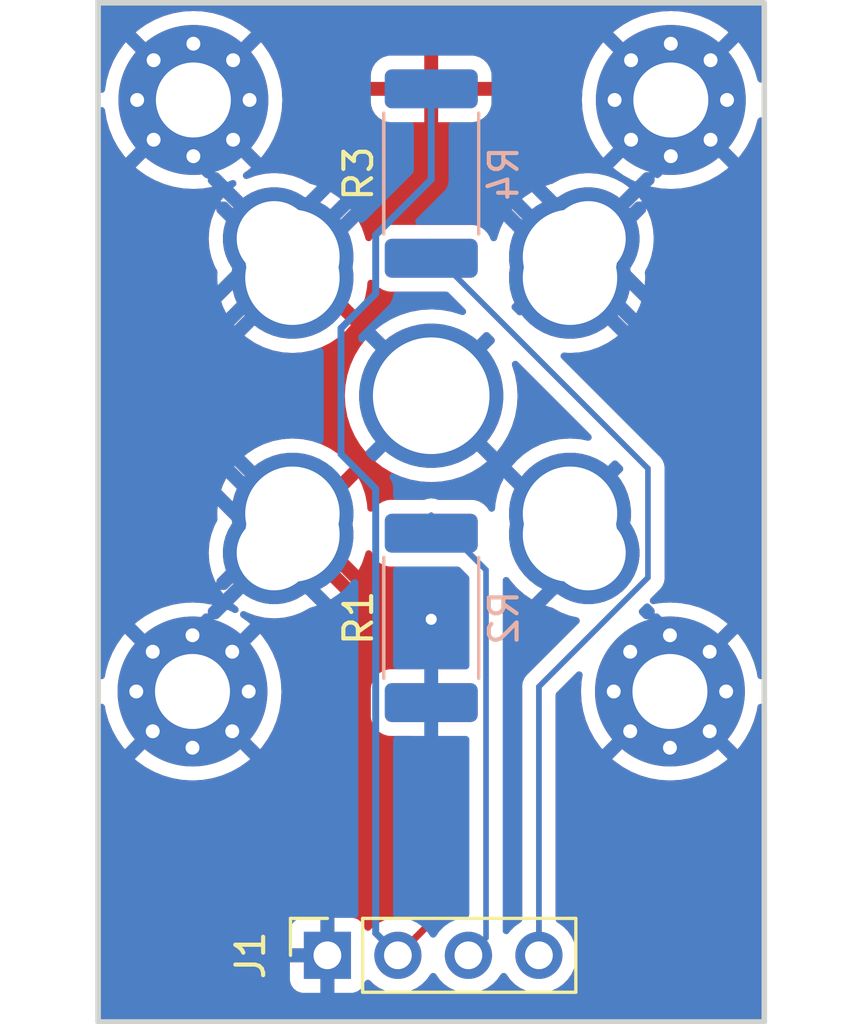
<source format=kicad_pcb>
(kicad_pcb (version 20221018) (generator pcbnew)
  (layers (0 "F.Cu" signal) (31 "B.Cu" signal) (34 "B.Paste" user) (35 "F.Paste" user) (36 "B.SilkS" user "B.Silkscreen") (37 "F.SilkS" user "F.Silkscreen") (38 "B.Mask" user) (39 "F.Mask" user) (44 "Edge.Cuts" user))
  (net 0 "")
  (net 1 "GND")
  (net 2 "VDDA")
  (net 3 "IN+")
  (net 4 "IN-")
  (footprint "Connector_PinSocket_2.54mm:PinSocket_1x04_P2.54mm_Vertical" (layer "F.Cu") (at 8.26 34.3 90)
    (fp_text reference "J1" (at 0 -2.77 90) (layer "F.SilkS"))
    (fp_text value "PR&J")
    (fp_line (start -1.33 1.27) (end -1.33 8.95) (stroke (width 0.12)) (layer "F.SilkS"))
    (fp_line (start -1.33 1.27) (end 1.33 1.27) (stroke (width 0.12)) (layer "F.SilkS"))
    (fp_line (start -1.33 8.95) (end 1.33 8.95) (stroke (width 0.12)) (layer "F.SilkS"))
    (fp_line (start 0 -1.33) (end 1.33 -1.33) (stroke (width 0.12)) (layer "F.SilkS"))
    (fp_line (start 1.33 -1.33) (end 1.33 0) (stroke (width 0.12)) (layer "F.SilkS"))
    (fp_line (start 1.33 1.27) (end 1.33 8.95) (stroke (width 0.12)) (layer "F.SilkS"))
    (pad "1" thru_hole rect (at 0 0 90) (size 1.7 1.7) (drill 1) (layers "*.Cu" "*.Mask") (net 1 "GND"))
    (pad "2" thru_hole oval (at 0 2.54 90) (size 1.7 1.7) (drill 1) (layers "*.Cu" "*.Mask") (net 2 "VDDA"))
    (pad "3" thru_hole oval (at 0 5.08 90) (size 1.7 1.7) (drill 1) (layers "*.Cu" "*.Mask") (net 3 "IN+"))
    (pad "4" thru_hole oval (at 0 7.62 90) (size 1.7 1.7) (drill 1) (layers "*.Cu" "*.Mask") (net 4 "IN-"))
  )
  (footprint "Resistor_SMD:R_2512_6332Metric_Pad1.40x3.35mm_HandSolder" (layer "F.Cu") (at 12 6.15 90)
    (fp_text reference "R3" (at 0 -2.62 90) (layer "F.SilkS"))
    (fp_text value "1k")
    (fp_line (start -2.177064 -1.71) (end 2.177064 -1.71) (stroke (width 0.12)) (layer "F.SilkS"))
    (fp_line (start -2.177064 1.71) (end 2.177064 1.71) (stroke (width 0.12)) (layer "F.SilkS"))
    (pad "1" smd roundrect (at -3.05 0 90) (size 1.4 3.35) (layers "F.Cu" "F.Paste" "F.Mask") (roundrect_rratio 0.1785707143) (net 4 "IN-"))
    (pad "2" smd roundrect (at 3.05 0 90) (size 1.4 3.35) (layers "F.Cu" "F.Paste" "F.Mask") (roundrect_rratio 0.1785707143) (net 1 "GND"))
  )
  (footprint "MountingHole:MountingHole_2.7mm_Pad_Via" (layer "F.Cu") (at 3.431891 3.5)
    (fp_text reference "H1" hide)
    (fp_text value "MountingHole_Pad")
    (pad "1" thru_hole circle (at -2.025 0) (size 0.8 0.8) (drill 0.5) (layers "*.Cu" "*.Mask") (net 1 "GND"))
    (pad "1" thru_hole circle (at -1.431891 -1.431891) (size 0.8 0.8) (drill 0.5) (layers "*.Cu" "*.Mask") (net 1 "GND"))
    (pad "1" thru_hole circle (at -1.431891 1.431891) (size 0.8 0.8) (drill 0.5) (layers "*.Cu" "*.Mask") (net 1 "GND"))
    (pad "1" thru_hole circle (at 0 -2.025) (size 0.8 0.8) (drill 0.5) (layers "*.Cu" "*.Mask") (net 1 "GND"))
    (pad "1" thru_hole circle (at 0 0) (size 5.4 5.4) (drill 2.7) (layers "*.Cu" "*.Mask") (net 1 "GND"))
    (pad "1" thru_hole circle (at 0 2.025) (size 0.8 0.8) (drill 0.5) (layers "*.Cu" "*.Mask") (net 1 "GND"))
    (pad "1" thru_hole circle (at 1.431891 -1.431891) (size 0.8 0.8) (drill 0.5) (layers "*.Cu" "*.Mask") (net 1 "GND"))
    (pad "1" thru_hole circle (at 1.431891 1.431891) (size 0.8 0.8) (drill 0.5) (layers "*.Cu" "*.Mask") (net 1 "GND"))
    (pad "1" thru_hole circle (at 2.025 0) (size 0.8 0.8) (drill 0.5) (layers "*.Cu" "*.Mask") (net 1 "GND"))
  )
  (footprint "custom:hotend mounting holes" (layer "F.Cu") (at 12 14.15)
    (fp_text reference "U1" hide)
    (fp_text value "~" hide)
    (pad "1" thru_hole custom (at -5.656854 -5.656854) (size 3.7 3.7) (drill 2.7) (layers "*.Cu" "*.Mask") (net 1 "GND") (options (clearance outline) (anchor circle)) (primitives))
    (pad "1" thru_hole custom (at -5.656854 5.656854) (size 3.7 3.7) (drill 2.7) (layers "*.Cu" "*.Mask") (net 1 "GND") (options (clearance outline) (anchor circle)) (primitives))
    (pad "1" thru_hole custom (at -5 -5) (size 4.4 4.4) (drill 3.4) (layers "*.Cu" "*.Mask") (net 1 "GND") (options (clearance outline) (anchor circle)) (primitives))
    (pad "1" thru_hole custom (at -5 -4.25) (size 4.4 4.4) (drill 3.4) (layers "*.Cu" "*.Mask") (net 1 "GND") (options (clearance outline) (anchor circle)) (primitives))
    (pad "1" thru_hole custom (at -5 4.25) (size 4.4 4.4) (drill 3.4) (layers "*.Cu" "*.Mask") (net 1 "GND") (options (clearance outline) (anchor circle)) (primitives))
    (pad "1" thru_hole custom (at -5 5) (size 4.4 4.4) (drill 3.4) (layers "*.Cu" "*.Mask") (net 1 "GND") (options (clearance outline) (anchor circle)) (primitives))
    (pad "1" thru_hole custom (at 0 0) (size 5.2 5.2) (drill 4.2) (layers "*.Cu" "*.Mask") (net 1 "GND") (options (clearance outline) (anchor circle)) (primitives))
    (pad "1" thru_hole custom (at 5 -5) (size 4.4 4.4) (drill 3.4) (layers "*.Cu" "*.Mask") (net 1 "GND") (options (clearance outline) (anchor circle)) (primitives))
    (pad "1" thru_hole custom (at 5 -4.25) (size 4.4 4.4) (drill 3.4) (layers "*.Cu" "*.Mask") (net 1 "GND") (options (clearance outline) (anchor circle)) (primitives))
    (pad "1" thru_hole custom (at 5 4.25) (size 4.4 4.4) (drill 3.4) (layers "*.Cu" "*.Mask") (net 1 "GND") (options (clearance outline) (anchor circle)) (primitives))
    (pad "1" thru_hole custom (at 5 5) (size 4.4 4.4) (drill 3.4) (layers "*.Cu" "*.Mask") (net 1 "GND") (options (clearance outline) (anchor circle)) (primitives))
    (pad "1" thru_hole custom (at 5.656854 -5.656854) (size 3.7 3.7) (drill 2.7) (layers "*.Cu" "*.Mask") (net 1 "GND") (options (clearance outline) (anchor circle)) (primitives))
    (pad "1" thru_hole custom (at 5.656854 5.656854) (size 3.7 3.7) (drill 2.7) (layers "*.Cu" "*.Mask") (net 1 "GND") (options (clearance outline) (anchor circle)) (primitives))
  )
  (footprint "MountingHole:MountingHole_2.7mm_Pad_Via" (layer "F.Cu") (at 20.631891 3.5)
    (fp_text reference "H2" hide)
    (fp_text value "MountingHole_Pad")
    (pad "1" thru_hole circle (at -2.025 0) (size 0.8 0.8) (drill 0.5) (layers "*.Cu" "*.Mask") (net 1 "GND"))
    (pad "1" thru_hole circle (at -1.431891 -1.431891) (size 0.8 0.8) (drill 0.5) (layers "*.Cu" "*.Mask") (net 1 "GND"))
    (pad "1" thru_hole circle (at -1.431891 1.431891) (size 0.8 0.8) (drill 0.5) (layers "*.Cu" "*.Mask") (net 1 "GND"))
    (pad "1" thru_hole circle (at 0 -2.025) (size 0.8 0.8) (drill 0.5) (layers "*.Cu" "*.Mask") (net 1 "GND"))
    (pad "1" thru_hole circle (at 0 0) (size 5.4 5.4) (drill 2.7) (layers "*.Cu" "*.Mask") (net 1 "GND"))
    (pad "1" thru_hole circle (at 0 2.025) (size 0.8 0.8) (drill 0.5) (layers "*.Cu" "*.Mask") (net 1 "GND"))
    (pad "1" thru_hole circle (at 1.431891 -1.431891) (size 0.8 0.8) (drill 0.5) (layers "*.Cu" "*.Mask") (net 1 "GND"))
    (pad "1" thru_hole circle (at 1.431891 1.431891) (size 0.8 0.8) (drill 0.5) (layers "*.Cu" "*.Mask") (net 1 "GND"))
    (pad "1" thru_hole circle (at 2.025 0) (size 0.8 0.8) (drill 0.5) (layers "*.Cu" "*.Mask") (net 1 "GND"))
  )
  (footprint "Resistor_SMD:R_2512_6332Metric_Pad1.40x3.35mm_HandSolder" (layer "F.Cu") (at 12 22.15 90)
    (fp_text reference "R1" (at 0 -2.62 90) (layer "F.SilkS"))
    (fp_text value "1k")
    (fp_line (start -2.177064 -1.71) (end 2.177064 -1.71) (stroke (width 0.12)) (layer "F.SilkS"))
    (fp_line (start -2.177064 1.71) (end 2.177064 1.71) (stroke (width 0.12)) (layer "F.SilkS"))
    (pad "1" smd roundrect (at -3.05 0 90) (size 1.4 3.35) (layers "F.Cu" "F.Paste" "F.Mask") (roundrect_rratio 0.1785707143) (net 2 "VDDA"))
    (pad "2" smd roundrect (at 3.05 0 90) (size 1.4 3.35) (layers "F.Cu" "F.Paste" "F.Mask") (roundrect_rratio 0.1785707143) (net 3 "IN+"))
  )
  (footprint "MountingHole:MountingHole_2.7mm_Pad_Via" (layer "F.Cu") (at 3.4 24.8)
    (fp_text reference "H3" hide)
    (fp_text value "MountingHole_Pad")
    (pad "1" thru_hole circle (at -2.025 0) (size 0.8 0.8) (drill 0.5) (layers "*.Cu" "*.Mask") (net 1 "GND"))
    (pad "1" thru_hole circle (at -1.431891 -1.431891) (size 0.8 0.8) (drill 0.5) (layers "*.Cu" "*.Mask") (net 1 "GND"))
    (pad "1" thru_hole circle (at -1.431891 1.431891) (size 0.8 0.8) (drill 0.5) (layers "*.Cu" "*.Mask") (net 1 "GND"))
    (pad "1" thru_hole circle (at 0 -2.025) (size 0.8 0.8) (drill 0.5) (layers "*.Cu" "*.Mask") (net 1 "GND"))
    (pad "1" thru_hole circle (at 0 0) (size 5.4 5.4) (drill 2.7) (layers "*.Cu" "*.Mask") (net 1 "GND"))
    (pad "1" thru_hole circle (at 0 2.025) (size 0.8 0.8) (drill 0.5) (layers "*.Cu" "*.Mask") (net 1 "GND"))
    (pad "1" thru_hole circle (at 1.431891 -1.431891) (size 0.8 0.8) (drill 0.5) (layers "*.Cu" "*.Mask") (net 1 "GND"))
    (pad "1" thru_hole circle (at 1.431891 1.431891) (size 0.8 0.8) (drill 0.5) (layers "*.Cu" "*.Mask") (net 1 "GND"))
    (pad "1" thru_hole circle (at 2.025 0) (size 0.8 0.8) (drill 0.5) (layers "*.Cu" "*.Mask") (net 1 "GND"))
  )
  (footprint "MountingHole:MountingHole_2.7mm_Pad_Via" (layer "F.Cu") (at 20.6 24.8)
    (fp_text reference "H4" hide)
    (fp_text value "MountingHole_Pad")
    (pad "1" thru_hole circle (at -2.025 0) (size 0.8 0.8) (drill 0.5) (layers "*.Cu" "*.Mask") (net 1 "GND"))
    (pad "1" thru_hole circle (at -1.431891 -1.431891) (size 0.8 0.8) (drill 0.5) (layers "*.Cu" "*.Mask") (net 1 "GND"))
    (pad "1" thru_hole circle (at -1.431891 1.431891) (size 0.8 0.8) (drill 0.5) (layers "*.Cu" "*.Mask") (net 1 "GND"))
    (pad "1" thru_hole circle (at 0 -2.025) (size 0.8 0.8) (drill 0.5) (layers "*.Cu" "*.Mask") (net 1 "GND"))
    (pad "1" thru_hole circle (at 0 0) (size 5.4 5.4) (drill 2.7) (layers "*.Cu" "*.Mask") (net 1 "GND"))
    (pad "1" thru_hole circle (at 0 2.025) (size 0.8 0.8) (drill 0.5) (layers "*.Cu" "*.Mask") (net 1 "GND"))
    (pad "1" thru_hole circle (at 1.431891 -1.431891) (size 0.8 0.8) (drill 0.5) (layers "*.Cu" "*.Mask") (net 1 "GND"))
    (pad "1" thru_hole circle (at 1.431891 1.431891) (size 0.8 0.8) (drill 0.5) (layers "*.Cu" "*.Mask") (net 1 "GND"))
    (pad "1" thru_hole circle (at 2.025 0) (size 0.8 0.8) (drill 0.5) (layers "*.Cu" "*.Mask") (net 1 "GND"))
  )
  (footprint "Resistor_SMD:R_2512_6332Metric_Pad1.40x3.35mm_HandSolder" (layer "B.Cu") (at 12 22.15 90)
    (fp_text reference "R2" (at 0 2.62 90) (layer "B.SilkS") (effects (justify mirror)))
    (fp_text value "1k")
    (fp_line (start -2.177064 -1.71) (end 2.177064 -1.71) (stroke (width 0.12)) (layer "B.SilkS"))
    (fp_line (start -2.177064 1.71) (end 2.177064 1.71) (stroke (width 0.12)) (layer "B.SilkS"))
    (pad "1" smd roundrect (at -3.05 0 90) (size 1.4 3.35) (layers "B.Cu" "B.Paste" "B.Mask") (roundrect_rratio 0.1785707143) (net 1 "GND"))
    (pad "2" smd roundrect (at 3.05 0 90) (size 1.4 3.35) (layers "B.Cu" "B.Paste" "B.Mask") (roundrect_rratio 0.1785707143) (net 3 "IN+"))
  )
  (footprint "Resistor_SMD:R_2512_6332Metric_Pad1.40x3.35mm_HandSolder" (layer "B.Cu") (at 12 6.15 90)
    (fp_text reference "R4" (at 0 2.62 90) (layer "B.SilkS") (effects (justify mirror)))
    (fp_text value "1k")
    (fp_line (start -2.177064 -1.71) (end 2.177064 -1.71) (stroke (width 0.12)) (layer "B.SilkS"))
    (fp_line (start -2.177064 1.71) (end 2.177064 1.71) (stroke (width 0.12)) (layer "B.SilkS"))
    (pad "1" smd roundrect (at -3.05 0 90) (size 1.4 3.35) (layers "B.Cu" "B.Paste" "B.Mask") (roundrect_rratio 0.1785707143) (net 4 "IN-"))
    (pad "2" smd roundrect (at 3.05 0 90) (size 1.4 3.35) (layers "B.Cu" "B.Paste" "B.Mask") (roundrect_rratio 0.1785707143) (net 2 "VDDA"))
  )
  (gr_rect (start 0 0) (end 24 36.7) (stroke (width 0.2)) (fill none) (layer "Edge.Cuts"))
  (via (at 12 22.2) (size 0.8) (drill 0.4) (layers "F.Cu" "B.Cu") (net 1))
  (segment (start 12 24.55) (end 12 33.1) (width 0.25) (layer "F.Cu") (net 2))
  (segment (start 12 33.1) (end 10.8 34.3) (width 0.25) (layer "F.Cu") (net 2))
  (segment (start 10 8.361827) (end 10 10.47089) (width 0.25) (layer "B.Cu") (net 2))
  (segment (start 10 17.5) (end 10 33.5) (width 0.25) (layer "B.Cu") (net 2))
  (segment (start 10 33.5) (end 10.8 34.3) (width 0.25) (layer "B.Cu") (net 2))
  (segment (start 12 6.361827) (end 10 8.361827) (width 0.25) (layer "B.Cu") (net 2))
  (segment (start 8.75 11.72089) (end 8.75 16.25) (width 0.25) (layer "B.Cu") (net 2))
  (segment (start 12 3.0375) (end 12 6.361827) (width 0.25) (layer "B.Cu") (net 2))
  (segment (start 10 10.47089) (end 8.75 11.72089) (width 0.25) (layer "B.Cu") (net 2))
  (segment (start 8.75 16.25) (end 10 17.5) (width 0.25) (layer "B.Cu") (net 2))
  (segment (start 13.975 20.425) (end 13.975 33.665) (width 0.2) (layer "F.Cu") (net 3))
  (segment (start 13.975 33.665) (end 13.34 34.3) (width 0.2) (layer "F.Cu") (net 3))
  (segment (start 12 18.45) (end 13.975 20.425) (width 0.2) (layer "F.Cu") (net 3))
  (segment (start 13.975 20.425) (end 13.975 33.665) (width 0.2) (layer "B.Cu") (net 3))
  (segment (start 13.975 33.665) (end 13.34 34.3) (width 0.2) (layer "B.Cu") (net 3))
  (segment (start 12 18.45) (end 13.975 20.425) (width 0.2) (layer "B.Cu") (net 3))
  (segment (start 12 8.9625) (end 19.806854 16.769354) (width 0.2) (layer "F.Cu") (net 4))
  (segment (start 19.806854 16.769354) (end 19.806854 20.697414) (width 0.2) (layer "F.Cu") (net 4))
  (segment (start 15.88 24.624268) (end 15.88 34.3) (width 0.2) (layer "F.Cu") (net 4))
  (segment (start 19.806854 20.697414) (end 15.88 24.624268) (width 0.2) (layer "F.Cu") (net 4))
  (segment (start 19.806854 20.697414) (end 15.88 24.624268) (width 0.2) (layer "B.Cu") (net 4))
  (segment (start 15.88 24.624268) (end 15.88 34.3) (width 0.2) (layer "B.Cu") (net 4))
  (segment (start 19.806854 16.769354) (end 19.806854 20.697414) (width 0.2) (layer "B.Cu") (net 4))
  (segment (start 12 8.9625) (end 19.806854 16.769354) (width 0.2) (layer "B.Cu") (net 4))
  (zone (net 1) (net_name "GND") (layers "F&B.Cu") (connect_pads (clearance 0.5)) (min_thickness 0.25) (fill yes (thermal_gap 0.5) (thermal_bridge_width 0.5))
    (polygon (pts (xy 24 -0.1) (xy 0 -0.1) (xy 0 36.7) (xy 24 36.7)))
  )
)
</source>
